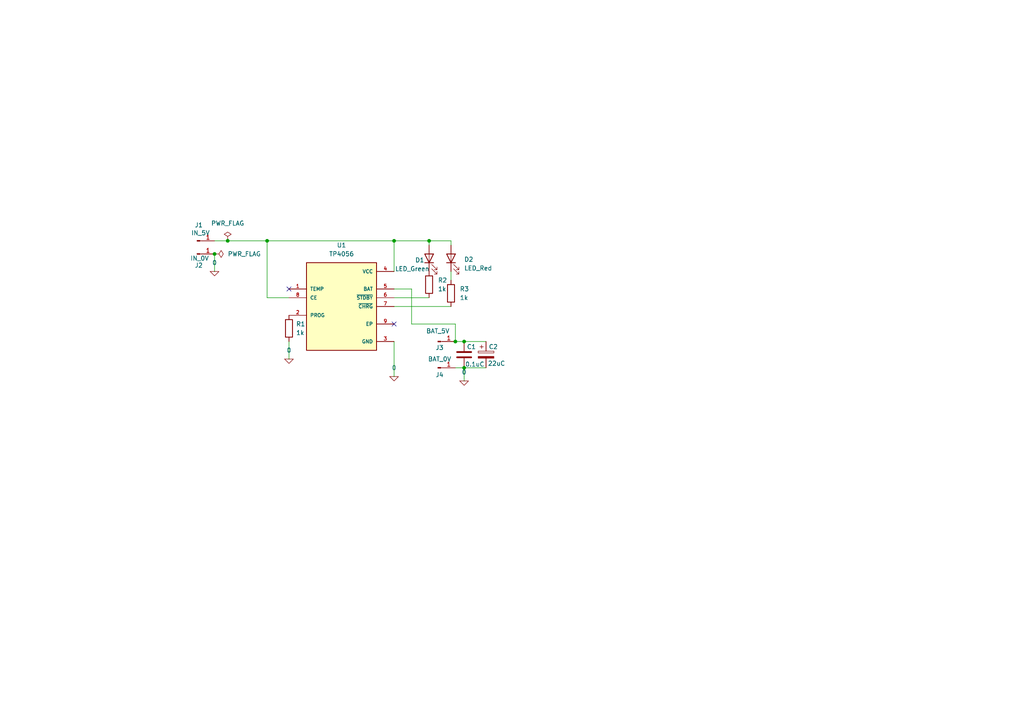
<source format=kicad_sch>
(kicad_sch (version 20231120) (generator "eeschema") (generator_version "8.0")
  (paper "A4")
  (lib_symbols
    (symbol "Connector:Conn_01x01_Pin" (pin_names (offset 1.016) hide)
      (property "Reference" "J" (at 0 2.54 0))
      (property "Value" "Conn_01x01_Pin" (at 0 -2.54 0))
      (symbol "Conn_01x01_Pin_1_1"
        (polyline (pts (xy 1.27 0) (xy 0.8636 0)) (stroke (width 0.1524)))
        (rectangle (start 0.8636 0.127) (end 0 -0.127) (stroke (width 0.1524)) (fill (type outline)))
        (pin passive line (at 5.08 0 180) (length 3.81) (name "Pin_1") (number "1"))
      )
    )
    (symbol "Device:C" (pin_numbers hide) (pin_names (offset 0.254))
      (property "Reference" "C" (at 0.635 2.54 0))
      (property "Value" "C" (at 0.635 -2.54 0))
      (symbol "C_0_1"
        (polyline (pts (xy -2.032 -0.762) (xy 2.032 -0.762)) (stroke (width 0.508)))
        (polyline (pts (xy -2.032 0.762) (xy 2.032 0.762)) (stroke (width 0.508)))
      )
      (symbol "C_1_1"
        (pin passive line (at 0 3.81 270) (length 2.794) (name "~") (number "1"))
        (pin passive line (at 0 -3.81 90) (length 2.794) (name "~") (number "2"))
      )
    )
    (symbol "Device:C_Polarized" (pin_numbers hide) (pin_names (offset 0.254))
      (property "Reference" "C" (at 0.635 2.54 0))
      (property "Value" "C_Polarized" (at 0.635 -2.54 0))
      (symbol "C_Polarized_0_1"
        (rectangle (start -2.286 0.508) (end 2.286 1.016))
        (polyline (pts (xy -1.778 2.286) (xy -0.762 2.286)))
        (polyline (pts (xy -1.27 2.794) (xy -1.27 1.778)))
        (rectangle (start 2.286 -0.508) (end -2.286 -1.016) (fill (type outline)))
      )
      (symbol "C_Polarized_1_1"
        (pin passive line (at 0 3.81 270) (length 2.794) (name "~") (number "1"))
        (pin passive line (at 0 -3.81 90) (length 2.794) (name "~") (number "2"))
      )
    )
    (symbol "Device:LED" (pin_numbers hide) (pin_names (offset 1.016) hide)
      (property "Reference" "D" (at 0 2.54 0))
      (property "Value" "LED" (at 0 -2.54 0))
      (symbol "LED_0_1"
        (polyline (pts (xy -1.27 -1.27) (xy -1.27 1.27)) (stroke (width 0.254)))
        (polyline (pts (xy -1.27 0) (xy 1.27 0)))
        (polyline (pts (xy 1.27 -1.27) (xy 1.27 1.27) (xy -1.27 0) (xy 1.27 -1.27)) (stroke (width 0.254)))
        (polyline (pts (xy -3.048 -0.762) (xy -4.572 -2.286) (xy -3.81 -2.286) (xy -4.572 -2.286) (xy -4.572 -1.524)))
        (polyline (pts (xy -1.778 -0.762) (xy -3.302 -2.286) (xy -2.54 -2.286) (xy -3.302 -2.286) (xy -3.302 -1.524)))
      )
      (symbol "LED_1_1"
        (pin passive line (at -3.81 0 0) (length 2.54) (name "K") (number "1"))
        (pin passive line (at 3.81 0 180) (length 2.54) (name "A") (number "2"))
      )
    )
    (symbol "Device:R" (pin_numbers hide) (pin_names (offset 0))
      (property "Reference" "R" (at 2.032 0 90))
      (property "Value" "R" (at 0 0 90))
      (symbol "R_0_1"
        (rectangle (start -1.016 -2.54) (end 1.016 2.54) (stroke (width 0.254)))
      )
      (symbol "R_1_1"
        (pin passive line (at 0 3.81 270) (length 1.27) (name "~") (number "1"))
        (pin passive line (at 0 -3.81 90) (length 1.27) (name "~") (number "2"))
      )
    )
    (symbol "Simulation_SPICE:0" (power) (pin_numbers hide) (pin_names (offset 0) hide)
      (property "Value" "0" (at 0 -2.54 0))
      (symbol "0_0_1"
        (polyline (pts (xy -1.27 0) (xy 0 -1.27) (xy 1.27 0) (xy -1.27 0)))
      )
      (symbol "0_1_1"
        (pin power_in line (at 0 0 0) (length 0) (name "~") (number "1"))
      )
    )
    (symbol "TP4056_IC:TP4056" (pin_names (offset 1.016))
      (property "Reference" "U" (at -10.16 13.208 0))
      (property "Value" "TP4056" (at -10.16 -15.24 0))
      (symbol "TP4056_0_0"
        (rectangle (start -10.16 -12.7) (end 10.16 12.7) (stroke (width 0.254)) (fill (type background)))
        (pin input line (at -15.24 5.08 0) (length 5.08) (name "TEMP") (number "1"))
        (pin bidirectional line (at -15.24 -2.54 0) (length 5.08) (name "PROG") (number "2"))
        (pin power_in line (at 15.24 -10.16 180) (length 5.08) (name "GND") (number "3"))
        (pin power_in line (at 15.24 10.16 180) (length 5.08) (name "VCC") (number "4"))
        (pin output line (at 15.24 5.08 180) (length 5.08) (name "BAT") (number "5"))
        (pin output line (at 15.24 2.54 180) (length 5.08) (name "~{STDBY}") (number "6"))
        (pin output line (at 15.24 0 180) (length 5.08) (name "~{CHRG}") (number "7"))
        (pin input line (at -15.24 2.54 0) (length 5.08) (name "CE") (number "8"))
        (pin passive line (at 15.24 -5.08 180) (length 5.08) (name "EP") (number "9"))
      )
    )
    (symbol "power:PWR_FLAG" (power) (pin_numbers hide) (pin_names (offset 0) hide)
      (property "Value" "PWR_FLAG" (at 0 3.81 0))
      (symbol "PWR_FLAG_0_0"
        (pin power_out line (at 0 0 90) (length 0) (name "~") (number "1"))
      )
      (symbol "PWR_FLAG_0_1"
        (polyline (pts (xy 0 0) (xy 0 1.27) (xy -1.016 1.905) (xy 0 2.54) (xy 1.016 1.905) (xy 0 1.27)))
      )
    )
  )
  (junction (at 132.08 99.06))
  (junction (at 66.04 69.85))
  (junction (at 124.46 69.85))
  (junction (at 77.47 69.85))
  (junction (at 134.62 106.68))
  (junction (at 114.3 69.85))
  (junction (at 134.62 99.06))
  (junction (at 62.23 73.66))
  (no_connect (at 114.3 93.98))
  (no_connect (at 83.82 83.82))
  (wire (pts (xy 134.62 99.06) (xy 140.97 99.06)))
  (wire (pts (xy 77.47 69.85) (xy 114.3 69.85)))
  (wire (pts (xy 114.3 86.36) (xy 124.46 86.36)))
  (wire (pts (xy 114.3 83.82) (xy 119.38 83.82)))
  (wire (pts (xy 132.08 99.06) (xy 134.62 99.06)))
  (wire (pts (xy 124.46 69.85) (xy 130.81 69.85)))
  (wire (pts (xy 114.3 88.9) (xy 130.81 88.9)))
  (wire (pts (xy 124.46 69.85) (xy 114.3 69.85)))
  (wire (pts (xy 134.62 106.68) (xy 134.62 110.49)))
  (wire (pts (xy 124.46 71.12) (xy 124.46 69.85)))
  (wire (pts (xy 132.08 93.98) (xy 132.08 99.06)))
  (wire (pts (xy 130.81 78.74) (xy 130.81 81.28)))
  (wire (pts (xy 134.62 106.68) (xy 140.97 106.68)))
  (wire (pts (xy 119.38 83.82) (xy 119.38 93.98)))
  (wire (pts (xy 132.08 106.68) (xy 134.62 106.68)))
  (wire (pts (xy 114.3 69.85) (xy 114.3 78.74)))
  (wire (pts (xy 83.82 86.36) (xy 77.47 86.36)))
  (wire (pts (xy 130.81 71.12) (xy 130.81 69.85)))
  (wire (pts (xy 77.47 86.36) (xy 77.47 69.85)))
  (wire (pts (xy 66.04 69.85) (xy 77.47 69.85)))
  (wire (pts (xy 62.23 73.66) (xy 62.23 78.74)))
  (wire (pts (xy 119.38 93.98) (xy 132.08 93.98)))
  (wire (pts (xy 62.23 69.85) (xy 66.04 69.85)))
  (wire (pts (xy 83.82 104.14) (xy 83.82 99.06)))
  (wire (pts (xy 114.3 99.06) (xy 114.3 109.22)))
  (symbol (lib_id "Device:LED") (at 130.81 74.93 90) (unit 1)
    (property "Reference" "D2" (at 134.62 75.2474 90) (effects (justify right)))
    (property "Value" "LED_Red" (at 134.62 77.7874 90) (effects (justify right)))
    (property "Footprint" "LED_SMD:LED_0603_1608Metric_Pad1.05x0.95mm_HandSolder" (effects (hide yes)))
    (property "Description" "Light emitting diode" (effects (hide yes)))
  )
  (symbol (lib_id "Simulation_SPICE:0") (at 134.62 110.49 0) (unit 1)
    (property "Reference" "#GND04" (effects (hide yes)))
    (property "Value" "0" (at 134.62 107.95 0))
    (property "Datasheet" "https://ngspice.sourceforge.io/docs/ngspice-html-manual/manual.xhtml#subsec_Circuit_elements__device" (effects (hide yes)))
    (property "Description" "0V reference potential for simulation" (effects (hide yes)))
  )
  (symbol (lib_id "power:PWR_FLAG") (at 66.04 69.85 0) (unit 1)
    (property "Reference" "#FLG01" (effects (hide yes)))
    (property "Value" "PWR_FLAG" (at 66.04 64.77 0))
    (property "Description" "Special symbol for telling ERC where power comes from" (effects (hide yes)))
  )
  (symbol (lib_id "Device:C") (at 134.62 102.87 0) (unit 1)
    (property "Reference" "C1" (at 135.382 100.584 0) (effects (justify left)))
    (property "Value" "0.1uC" (at 134.874 105.664 0) (effects (justify left)))
    (property "Footprint" "Capacitor_SMD:C_0805_2012Metric" (effects (hide yes)))
    (property "Description" "Unpolarized capacitor" (effects (hide yes)))
  )
  (symbol (lib_id "Device:R") (at 130.81 85.09 0) (unit 1)
    (property "Reference" "R3" (at 133.35 83.8199 0) (effects (justify left)))
    (property "Value" "1k" (at 133.35 86.3599 0) (effects (justify left)))
    (property "Footprint" "LED_SMD:LED_0603_1608Metric" (effects (hide yes)))
    (property "Description" "Resistor" (effects (hide yes)))
  )
  (symbol (lib_id "Device:C_Polarized") (at 140.97 102.87 0) (unit 1)
    (property "Reference" "C2" (at 141.732 100.584 0) (effects (justify left)))
    (property "Value" "22uC" (at 141.478 105.41 0) (effects (justify left)))
    (property "Footprint" "Capacitor_THT:CP_Radial_D5.0mm_P2.00mm" (effects (hide yes)))
    (property "Description" "Polarized capacitor" (effects (hide yes)))
  )
  (symbol (lib_id "Simulation_SPICE:0") (at 114.3 109.22 0) (unit 1)
    (property "Reference" "#GND01" (effects (hide yes)))
    (property "Value" "0" (at 114.3 106.68 0))
    (property "Datasheet" "https://ngspice.sourceforge.io/docs/ngspice-html-manual/manual.xhtml#subsec_Circuit_elements__device" (effects (hide yes)))
    (property "Description" "0V reference potential for simulation" (effects (hide yes)))
  )
  (symbol (lib_id "Connector:Conn_01x01_Pin") (at 127 106.68 0) (unit 1)
    (property "Reference" "J4" (at 127.508 108.712 0))
    (property "Value" "BAT_0V" (at 127.508 104.14 0))
    (property "Footprint" "Connector_PinHeader_1.00mm:PinHeader_1x01_P1.00mm_Vertical" (effects (hide yes)))
    (property "Description" "Generic connector, single row, 01x01, script generated" (effects (hide yes)))
  )
  (symbol (lib_id "Simulation_SPICE:0") (at 83.82 104.14 0) (unit 1)
    (property "Reference" "#GND03" (effects (hide yes)))
    (property "Value" "0" (at 83.82 101.6 0))
    (property "Datasheet" "https://ngspice.sourceforge.io/docs/ngspice-html-manual/manual.xhtml#subsec_Circuit_elements__device" (effects (hide yes)))
    (property "Description" "0V reference potential for simulation" (effects (hide yes)))
  )
  (symbol (lib_id "Simulation_SPICE:0") (at 62.23 78.74 0) (unit 1)
    (property "Reference" "#GND02" (effects (hide yes)))
    (property "Value" "0" (at 62.23 76.2 0))
    (property "Datasheet" "https://ngspice.sourceforge.io/docs/ngspice-html-manual/manual.xhtml#subsec_Circuit_elements__device" (effects (hide yes)))
    (property "Description" "0V reference potential for simulation" (effects (hide yes)))
  )
  (symbol (lib_id "Device:R") (at 83.82 95.25 0) (unit 1)
    (property "Reference" "R1" (at 85.852 93.98 0) (effects (justify left)))
    (property "Value" "1k" (at 85.852 96.52 0) (effects (justify left)))
    (property "Footprint" "LED_SMD:LED_0603_1608Metric_Pad1.05x0.95mm_HandSolder" (effects (hide yes)))
    (property "Description" "Resistor" (effects (hide yes)))
  )
  (symbol (lib_id "Connector:Conn_01x01_Pin") (at 57.15 69.85 0) (unit 1)
    (property "Reference" "J1" (at 57.658 65.278 0))
    (property "Value" "IN_5V" (at 58.166 67.564 0))
    (property "Footprint" "Connector_PinHeader_1.00mm:PinHeader_1x01_P1.00mm_Vertical" (effects (hide yes)))
    (property "Description" "Generic connector, single row, 01x01, script generated" (effects (hide yes)))
  )
  (symbol (lib_id "power:PWR_FLAG") (at 62.23 73.66 270) (unit 1)
    (property "Reference" "#FLG02" (effects (hide yes)))
    (property "Value" "PWR_FLAG" (at 66.04 73.6599 90) (effects (justify left)))
    (property "Description" "Special symbol for telling ERC where power comes from" (effects (hide yes)))
  )
  (symbol (lib_id "Device:R") (at 124.46 82.55 0) (unit 1)
    (property "Reference" "R2" (at 127 81.2799 0) (effects (justify left)))
    (property "Value" "1k" (at 127 83.8199 0) (effects (justify left)))
    (property "Footprint" "LED_SMD:LED_0603_1608Metric_Pad1.05x0.95mm_HandSolder" (effects (hide yes)))
    (property "Description" "Resistor" (effects (hide yes)))
  )
  (symbol (lib_id "Connector:Conn_01x01_Pin") (at 127 99.06 0) (unit 1)
    (property "Reference" "J3" (at 127.508 100.838 0))
    (property "Value" "BAT_5V" (at 127 96.012 0))
    (property "Footprint" "Connector_PinHeader_1.00mm:PinHeader_1x01_P1.00mm_Vertical" (effects (hide yes)))
    (property "Description" "Generic connector, single row, 01x01, script generated" (effects (hide yes)))
  )
  (symbol (lib_id "Connector:Conn_01x01_Pin") (at 57.15 73.66 0) (unit 1)
    (property "Reference" "J2" (at 57.658 76.962 0))
    (property "Value" "IN_0V" (at 57.912 74.93 0))
    (property "Footprint" "Connector_PinHeader_1.00mm:PinHeader_1x01_P1.00mm_Vertical" (effects (hide yes)))
    (property "Description" "Generic connector, single row, 01x01, script generated" (effects (hide yes)))
  )
  (symbol (lib_id "Device:LED") (at 124.46 74.93 90) (unit 1)
    (property "Reference" "D1" (at 120.396 75.438 90) (effects (justify right)))
    (property "Value" "LED_Green" (at 114.554 77.978 90) (effects (justify right)))
    (property "Footprint" "LED_SMD:LED_0603_1608Metric_Pad1.05x0.95mm_HandSolder" (effects (hide yes)))
    (property "Description" "Light emitting diode" (effects (hide yes)))
  )
  (symbol (lib_id "TP4056_IC:TP4056") (at 99.06 88.9 0) (unit 1)
    (property "Reference" "U1" (at 99.06 71.12 0))
    (property "Value" "TP4056" (at 99.06 73.66 0))
    (property "Footprint" "TP4056:SOP127P600X175-9N" (effects (hide yes)))
    (property "MF" "NanJing Top Power ASIC Corp." (effects (hide yes)))
    (property "MAXIMUM_PACKAGE_HEIGHT" "1.75mm" (effects (hide yes)))
    (property "Package" "Package" (effects (hide yes)))
    (property "Price" "None" (effects (hide yes)))
    (property "Check_prices" "https://www.snapeda.com/parts/TP4056/NanJing+Top+Power+ASIC+Corp./view-part/?ref=eda" (effects (hide yes)))
    (property "STANDARD" "IPC 7351B" (effects (hide yes)))
    (property "SnapEDA_Link" "https://www.snapeda.com/parts/TP4056/NanJing+Top+Power+ASIC+Corp./view-part/?ref=snap" (effects (hide yes)))
    (property "MP" "TP4056" (effects (hide yes)))
    (property "Description_1" "\n                        \n                            Complete single cell Li-Ion battery with a constant current / constant voltage linear charger\n                        \n" (effects (hide yes)))
    (property "Availability" "Not in stock" (effects (hide yes)))
    (property "MANUFACTURER" "NanJing Top Power ASIC Corp." (effects (hide yes)))
  )
)
</source>
